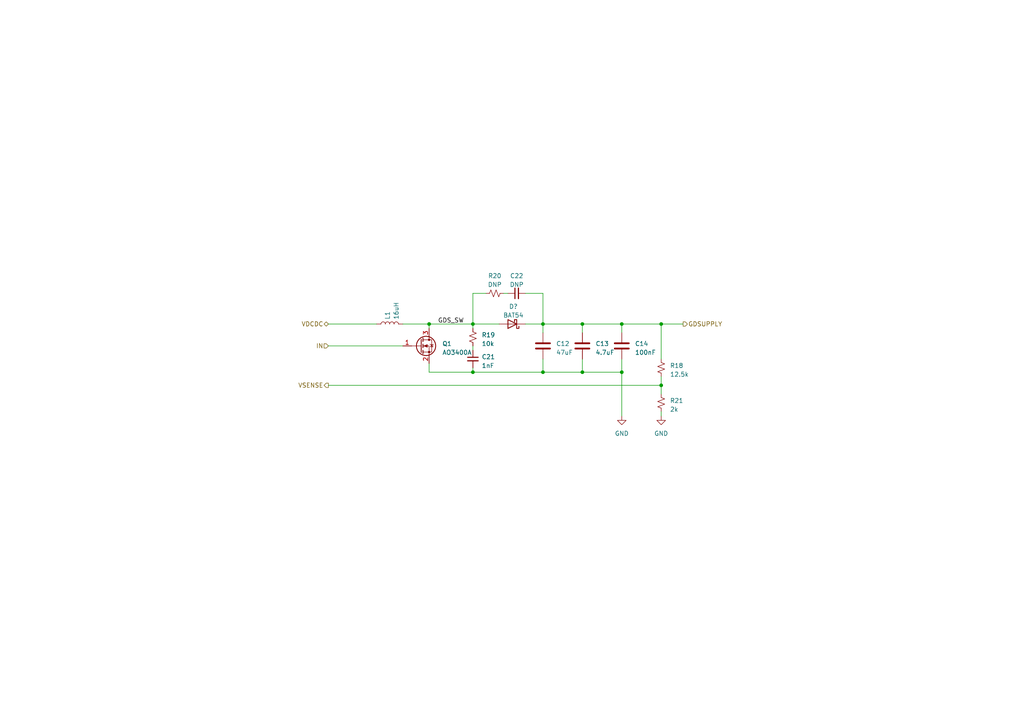
<source format=kicad_sch>
(kicad_sch (version 20230121) (generator eeschema)
  (paper "A4")
  (lib_symbols
    (symbol "Device:C" (pin_numbers hide) (pin_names (offset 0.254))
      (property "Reference" "C" (at 0.635 2.54 0))
      (property "Value" "C" (at 0.635 -2.54 0))
      (symbol "C_0_1"
        (polyline (pts (xy -2.032 -0.762) (xy 2.032 -0.762)) (stroke (width 0.508)))
        (polyline (pts (xy -2.032 0.762) (xy 2.032 0.762)) (stroke (width 0.508)))
      )
      (symbol "C_1_1"
        (pin passive line (at 0 3.81 270) (length 2.794) (name "~") (number "1"))
        (pin passive line (at 0 -3.81 90) (length 2.794) (name "~") (number "2"))
      )
    )
    (symbol "Device:C_Small" (pin_numbers hide) (pin_names (offset 0.254) hide)
      (property "Reference" "C" (at 0.254 1.778 0))
      (property "Value" "C_Small" (at 0.254 -2.032 0))
      (symbol "C_Small_0_1"
        (polyline (pts (xy -1.524 -0.508) (xy 1.524 -0.508)) (stroke (width 0.3302)))
        (polyline (pts (xy -1.524 0.508) (xy 1.524 0.508)) (stroke (width 0.3048)))
      )
      (symbol "C_Small_1_1"
        (pin passive line (at 0 2.54 270) (length 2.032) (name "~") (number "1"))
        (pin passive line (at 0 -2.54 90) (length 2.032) (name "~") (number "2"))
      )
    )
    (symbol "Device:D_Schottky" (pin_numbers hide) (pin_names (offset 1.016) hide)
      (property "Reference" "D" (at 0 2.54 0))
      (property "Value" "D_Schottky" (at 0 -2.54 0))
      (symbol "D_Schottky_0_1"
        (polyline (pts (xy 1.27 0) (xy -1.27 0)))
        (polyline (pts (xy 1.27 1.27) (xy 1.27 -1.27) (xy -1.27 0) (xy 1.27 1.27)) (stroke (width 0.254)))
        (polyline (pts (xy -1.905 0.635) (xy -1.905 1.27) (xy -1.27 1.27) (xy -1.27 -1.27) (xy -0.635 -1.27) (xy -0.635 -0.635)) (stroke (width 0.254)))
      )
      (symbol "D_Schottky_1_1"
        (pin passive line (at -3.81 0 0) (length 2.54) (name "K") (number "1"))
        (pin passive line (at 3.81 0 180) (length 2.54) (name "A") (number "2"))
      )
    )
    (symbol "Device:L" (pin_numbers hide) (pin_names (offset 1.016) hide)
      (property "Reference" "L" (at -1.27 0 90))
      (property "Value" "L" (at 1.905 0 90))
      (symbol "L_0_1"
        (arc (start 0 -2.54) (mid 0.6323 -1.905) (end 0 -1.27))
        (arc (start 0 -1.27) (mid 0.6323 -0.635) (end 0 0))
        (arc (start 0 0) (mid 0.6323 0.635) (end 0 1.27))
        (arc (start 0 1.27) (mid 0.6323 1.905) (end 0 2.54))
      )
      (symbol "L_1_1"
        (pin passive line (at 0 3.81 270) (length 1.27) (name "1") (number "1"))
        (pin passive line (at 0 -3.81 90) (length 1.27) (name "2") (number "2"))
      )
    )
    (symbol "Device:R_Small_US" (pin_numbers hide) (pin_names (offset 0.254) hide)
      (property "Reference" "R" (at 0.762 0.508 0))
      (property "Value" "R_Small_US" (at 0.762 -1.016 0))
      (symbol "R_Small_US_1_1"
        (polyline (pts (xy 0 0) (xy 1.016 -0.381) (xy 0 -0.762) (xy -1.016 -1.143) (xy 0 -1.524)))
        (polyline (pts (xy 0 1.524) (xy 1.016 1.143) (xy 0 0.762) (xy -1.016 0.381) (xy 0 0)))
        (pin passive line (at 0 2.54 270) (length 1.016) (name "~") (number "1"))
        (pin passive line (at 0 -2.54 90) (length 1.016) (name "~") (number "2"))
      )
    )
    (symbol "Transistor_FET:AO3400A" (pin_names hide)
      (property "Reference" "Q" (at 5.08 1.905 0))
      (property "Value" "AO3400A" (at 5.08 0 0))
      (symbol "AO3400A_0_1"
        (polyline (pts (xy 0.254 0) (xy -2.54 0)))
        (polyline (pts (xy 0.254 1.905) (xy 0.254 -1.905)) (stroke (width 0.254)))
        (polyline (pts (xy 0.762 -1.27) (xy 0.762 -2.286)) (stroke (width 0.254)))
        (polyline (pts (xy 0.762 0.508) (xy 0.762 -0.508)) (stroke (width 0.254)))
        (polyline (pts (xy 0.762 2.286) (xy 0.762 1.27)) (stroke (width 0.254)))
        (polyline (pts (xy 2.54 2.54) (xy 2.54 1.778)))
        (polyline (pts (xy 2.54 -2.54) (xy 2.54 0) (xy 0.762 0)))
        (polyline (pts (xy 0.762 -1.778) (xy 3.302 -1.778) (xy 3.302 1.778) (xy 0.762 1.778)))
        (polyline (pts (xy 1.016 0) (xy 2.032 0.381) (xy 2.032 -0.381) (xy 1.016 0)) (fill (type outline)))
        (polyline (pts (xy 2.794 0.508) (xy 2.921 0.381) (xy 3.683 0.381) (xy 3.81 0.254)))
        (polyline (pts (xy 3.302 0.381) (xy 2.921 -0.254) (xy 3.683 -0.254) (xy 3.302 0.381)))
        (circle (center 1.651 0) (radius 2.794) (stroke (width 0.254)))
        (circle (center 2.54 -1.778) (radius 0.254) (fill (type outline)))
        (circle (center 2.54 1.778) (radius 0.254) (fill (type outline)))
      )
      (symbol "AO3400A_1_1"
        (pin input line (at -5.08 0 0) (length 2.54) (name "G") (number "1"))
        (pin passive line (at 2.54 -5.08 90) (length 2.54) (name "S") (number "2"))
        (pin passive line (at 2.54 5.08 270) (length 2.54) (name "D") (number "3"))
      )
    )
    (symbol "power:GND" (power) (pin_names (offset 0))
      (property "Value" "GND" (at 0 -3.81 0))
      (symbol "GND_0_1"
        (polyline (pts (xy 0 0) (xy 0 -1.27) (xy 1.27 -1.27) (xy 0 -2.54) (xy -1.27 -1.27) (xy 0 -1.27)))
      )
      (symbol "GND_1_1"
        (pin power_in line (at 0 0 270) (length 0) hide (name "GND") (number "1"))
      )
    )
  )
  (junction (at 168.91 107.95))
  (junction (at 180.34 107.95))
  (junction (at 157.48 93.98))
  (junction (at 137.16 93.98))
  (junction (at 137.16 107.95))
  (junction (at 157.48 107.95))
  (junction (at 124.46 93.98))
  (junction (at 168.91 93.98))
  (junction (at 191.77 111.76))
  (junction (at 180.34 93.98))
  (junction (at 191.77 93.98))
  (wire (pts (xy 157.48 107.95) (xy 168.91 107.95)))
  (wire (pts (xy 137.16 107.95) (xy 124.46 107.95)))
  (wire (pts (xy 180.34 120.65) (xy 180.34 107.95)))
  (wire (pts (xy 137.16 85.09) (xy 137.16 93.98)))
  (wire (pts (xy 152.4 85.09) (xy 157.48 85.09)))
  (wire (pts (xy 180.34 93.98) (xy 191.77 93.98)))
  (wire (pts (xy 95.25 100.33) (xy 116.84 100.33)))
  (wire (pts (xy 191.77 111.76) (xy 95.25 111.76)))
  (wire (pts (xy 168.91 93.98) (xy 168.91 96.52)))
  (wire (pts (xy 157.48 93.98) (xy 152.4 93.98)))
  (wire (pts (xy 168.91 107.95) (xy 180.34 107.95)))
  (wire (pts (xy 180.34 96.52) (xy 180.34 93.98)))
  (wire (pts (xy 137.16 106.68) (xy 137.16 107.95)))
  (wire (pts (xy 191.77 104.14) (xy 191.77 93.98)))
  (wire (pts (xy 137.16 100.33) (xy 137.16 101.6)))
  (wire (pts (xy 157.48 107.95) (xy 157.48 104.14)))
  (wire (pts (xy 180.34 93.98) (xy 168.91 93.98)))
  (wire (pts (xy 124.46 93.98) (xy 124.46 95.25)))
  (wire (pts (xy 157.48 96.52) (xy 157.48 93.98)))
  (wire (pts (xy 157.48 85.09) (xy 157.48 93.98)))
  (wire (pts (xy 191.77 109.22) (xy 191.77 111.76)))
  (wire (pts (xy 180.34 104.14) (xy 180.34 107.95)))
  (wire (pts (xy 124.46 105.41) (xy 124.46 107.95)))
  (wire (pts (xy 191.77 93.98) (xy 198.12 93.98)))
  (wire (pts (xy 95.25 93.98) (xy 109.22 93.98)))
  (wire (pts (xy 124.46 93.98) (xy 137.16 93.98)))
  (wire (pts (xy 137.16 95.25) (xy 137.16 93.98)))
  (wire (pts (xy 191.77 111.76) (xy 191.77 114.3)))
  (wire (pts (xy 140.97 85.09) (xy 137.16 85.09)))
  (wire (pts (xy 146.05 85.09) (xy 147.32 85.09)))
  (wire (pts (xy 137.16 107.95) (xy 157.48 107.95)))
  (wire (pts (xy 168.91 104.14) (xy 168.91 107.95)))
  (wire (pts (xy 168.91 93.98) (xy 157.48 93.98)))
  (wire (pts (xy 191.77 120.65) (xy 191.77 119.38)))
  (wire (pts (xy 137.16 93.98) (xy 144.78 93.98)))
  (wire (pts (xy 116.84 93.98) (xy 124.46 93.98)))
  (label "GDS_SW" (at 127 93.98 0))
  (hierarchical_label "IN" (shape input) (at 95.25 100.33 180))
  (hierarchical_label "VDCDC" (shape bidirectional) (at 95.25 93.98 180))
  (hierarchical_label "VSENSE" (shape output) (at 95.25 111.76 180))
  (hierarchical_label "GDSUPPLY" (shape output) (at 198.12 93.98 0))
  (symbol (lib_id "Device:R_Small_US") (at 191.77 106.68 0) (unit 1)
    (property "Reference" "R18" (at 194.31 106.045 0) (effects (justify left)))
    (property "Value" "12.5k" (at 194.31 108.585 0) (effects (justify left)))
    (property "Footprint" "Resistor_SMD:R_0402_1005Metric" (effects hide))
  )
  (symbol (lib_id "Device:C") (at 168.91 100.33 0) (unit 1)
    (property "Reference" "C13" (at 172.72 99.695 0) (effects (justify left)))
    (property "Value" "4.7uF" (at 172.72 102.235 0) (effects (justify left)))
    (property "Footprint" "Capacitor_SMD:C_0603_1608Metric" (effects hide))
  )
  (symbol (lib_id "power:GND") (at 191.77 120.65 0) (unit 1)
    (property "Reference" "#PWR039" (effects hide))
    (property "Value" "GND" (at 191.77 125.73 0))
  )
  (symbol (lib_id "Device:R_Small_US") (at 143.51 85.09 90) (unit 1)
    (property "Reference" "R20" (at 143.51 80.01 90))
    (property "Value" "DNP" (at 143.51 82.55 90))
    (property "Footprint" "Resistor_SMD:R_0402_1005Metric" (effects hide))
  )
  (symbol (lib_id "Device:D_Schottky") (at 148.59 93.98 180) (unit 1)
    (property "Reference" "D?" (at 148.9075 88.9 0))
    (property "Value" "BAT54" (at 148.9075 91.44 0))
    (property "Footprint" "Diode_SMD:D_SOD-323_HandSoldering" (effects hide))
    (instances (project "PowerBoard" (path "" (reference "D?") (unit 1)) (path "" (reference "D10") (unit 1))))
  )
  (symbol (lib_id "Device:C") (at 180.34 100.33 0) (unit 1)
    (property "Reference" "C14" (at 184.15 99.695 0) (effects (justify left)))
    (property "Value" "100nF" (at 184.15 102.235 0) (effects (justify left)))
    (property "Footprint" "Capacitor_SMD:C_0402_1005Metric" (effects hide))
  )
  (symbol (lib_id "Device:C_Small") (at 149.86 85.09 90) (unit 1)
    (property "Reference" "C22" (at 149.8663 80.01 90))
    (property "Value" "DNP" (at 149.8663 82.55 90))
    (property "Footprint" "Capacitor_SMD:C_0402_1005Metric" (effects hide))
  )
  (symbol (lib_id "Transistor_FET:AO3400A") (at 121.92 100.33 0) (unit 1)
    (property "Reference" "Q1" (at 128.27 99.695 0) (effects (justify left)))
    (property "Value" "AO3400A" (at 128.27 102.235 0) (effects (justify left)))
    (property "Footprint" "Package_TO_SOT_SMD:SOT-23" (effects hide))
    (property "Datasheet" "http://www.aosmd.com/pdfs/datasheet/AO3400A.pdf" (effects hide))
  )
  (symbol (lib_id "Device:R_Small_US") (at 137.16 97.79 0) (unit 1)
    (property "Reference" "R19" (at 139.7 97.155 0) (effects (justify left)))
    (property "Value" "10k" (at 139.7 99.695 0) (effects (justify left)))
    (property "Footprint" "Resistor_SMD:R_0402_1005Metric" (effects hide))
  )
  (symbol (lib_id "Device:L") (at 113.03 93.98 90) (unit 1)
    (property "Reference" "L1" (at 112.395 92.71 0) (effects (justify left)))
    (property "Value" "16uH" (at 114.935 92.71 0) (effects (justify left)))
    (property "Footprint" "Inductor_SMD:L_Sunlord_SWPA5040S" (effects hide))
  )
  (symbol (lib_id "Device:R_Small_US") (at 191.77 116.84 0) (unit 1)
    (property "Reference" "R21" (at 194.31 116.205 0) (effects (justify left)))
    (property "Value" "2k" (at 194.31 118.745 0) (effects (justify left)))
    (property "Footprint" "Resistor_SMD:R_0402_1005Metric" (effects hide))
  )
  (symbol (lib_id "power:GND") (at 180.34 120.65 0) (unit 1)
    (property "Reference" "#PWR038" (effects hide))
    (property "Value" "GND" (at 180.34 125.73 0))
  )
  (symbol (lib_id "Device:C") (at 157.48 100.33 0) (unit 1)
    (property "Reference" "C12" (at 161.29 99.695 0) (effects (justify left)))
    (property "Value" "47uF" (at 161.29 102.235 0) (effects (justify left)))
    (property "Footprint" "Capacitor_SMD:C_1206_3216Metric" (effects hide))
  )
  (symbol (lib_id "Device:C_Small") (at 137.16 104.14 0) (unit 1)
    (property "Reference" "C21" (at 139.7 103.5113 0) (effects (justify left)))
    (property "Value" "1nF" (at 139.7 106.0513 0) (effects (justify left)))
    (property "Footprint" "Capacitor_SMD:C_0402_1005Metric" (effects hide))
  )
)
</source>
